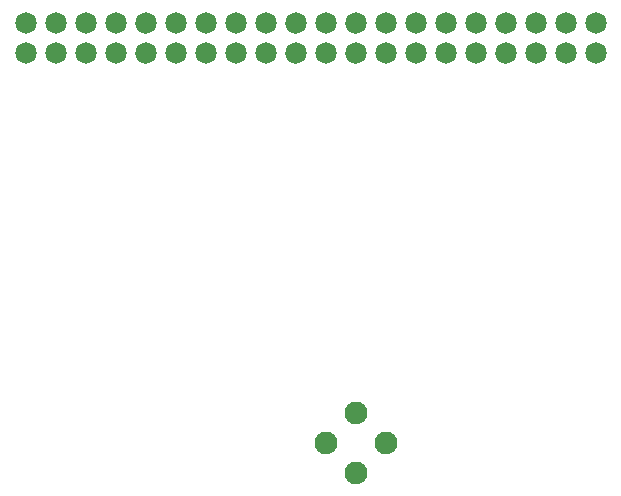
<source format=gtl>
G04 MADE WITH FRITZING*
G04 WWW.FRITZING.ORG*
G04 DOUBLE SIDED*
G04 HOLES PLATED*
G04 CONTOUR ON CENTER OF CONTOUR VECTOR*
%ASAXBY*%
%FSLAX23Y23*%
%MOIN*%
%OFA0B0*%
%SFA1.0B1.0*%
%ADD10C,0.076000*%
%ADD11C,0.071889*%
%ADD12C,0.071917*%
%LNCOPPER1*%
G90*
G70*
G54D10*
X1344Y730D03*
X1544Y730D03*
X1444Y830D03*
X1444Y630D03*
X1344Y730D03*
X1544Y730D03*
X1444Y830D03*
X1444Y630D03*
G54D11*
X344Y2030D03*
X444Y2030D03*
X544Y2030D03*
X644Y2030D03*
G54D12*
X744Y2030D03*
G54D11*
X844Y2030D03*
X944Y2030D03*
X1044Y2030D03*
X1144Y2030D03*
G54D12*
X1244Y2030D03*
G54D11*
X1344Y2030D03*
G54D12*
X1444Y2030D03*
G54D11*
X1544Y2030D03*
X1644Y2030D03*
X1744Y2030D03*
X1844Y2030D03*
G54D12*
X1944Y2030D03*
G54D11*
X2044Y2030D03*
X2144Y2030D03*
X2244Y2030D03*
X2244Y2130D03*
X2144Y2130D03*
X2044Y2130D03*
G54D12*
X1944Y2130D03*
G54D11*
X1844Y2130D03*
X1744Y2130D03*
X1644Y2130D03*
X1544Y2130D03*
G54D12*
X1444Y2130D03*
G54D11*
X1344Y2130D03*
G54D12*
X1244Y2130D03*
G54D11*
X1144Y2130D03*
X1044Y2130D03*
X944Y2130D03*
X844Y2130D03*
G54D12*
X744Y2130D03*
G54D11*
X644Y2130D03*
X544Y2130D03*
X444Y2130D03*
X344Y2130D03*
G04 End of Copper1*
M02*
</source>
